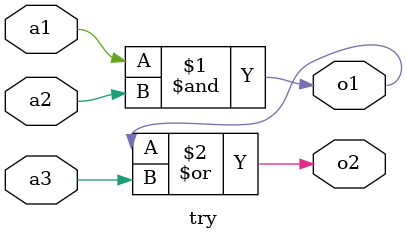
<source format=v>
`timescale 1ns / 1ps
module try(o1,o2,a1,a2,a3);
    input a1,a2,a3;
    output o1,o2;
    and a(o1,a1,a2);
    or d(o2,o1,a3);
endmodule

</source>
